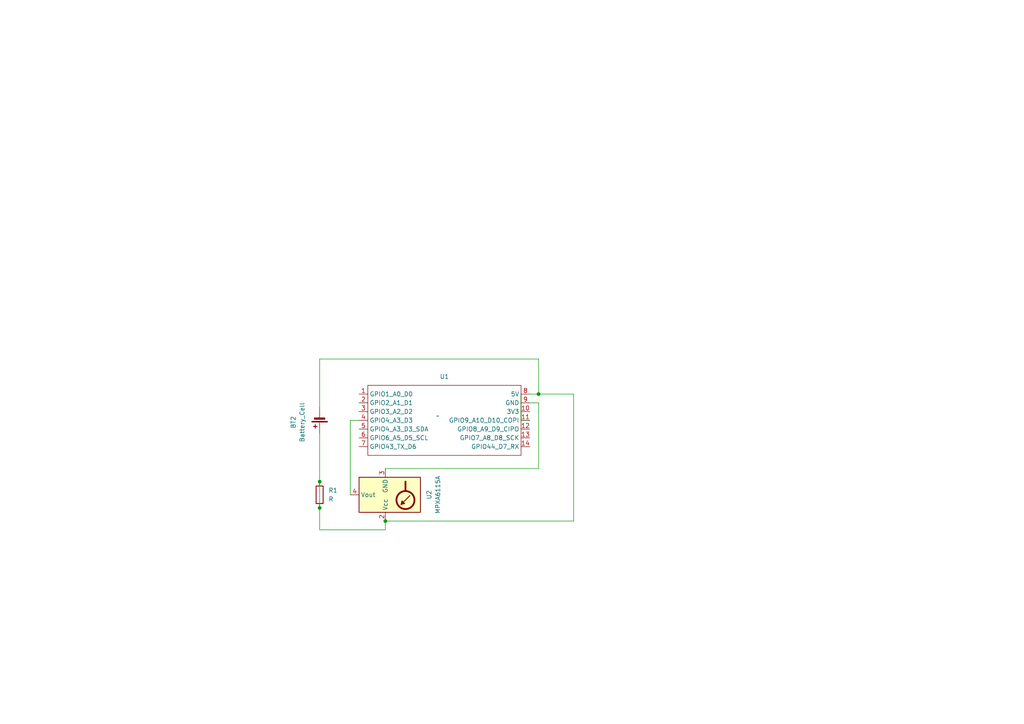
<source format=kicad_sch>
(kicad_sch (version 20230121) (generator eeschema)
  (paper "A4")
  (lib_symbols
    (symbol "514_KiCAD_DEMO:XIAO_ESP32_SENSE"
      (property "Reference" "U" (at 0 0 0))
      (symbol "XIAO_ESP32_SENSE_0_1"
        (polyline (pts (xy -20.32 8.89) (xy -20.32 -11.43) (xy 24.13 -11.43) (xy 24.13 8.89) (xy -20.32 8.89)))
      )
      (symbol "XIAO_ESP32_SENSE_1_1"
        (pin bidirectional line (at -22.86 6.35 0) (length 2.54) (name "GPIO1_A0_D0") (number "1"))
        (pin bidirectional line (at 26.67 1.27 180) (length 2.54) (name "3V3") (number "10"))
        (pin bidirectional line (at 26.67 -1.27 180) (length 2.54) (name "GPIO9_A10_D10_COPI") (number "11"))
        (pin bidirectional line (at 26.67 -3.81 180) (length 2.54) (name "GPIO8_A9_D9_CIPO") (number "12"))
        (pin bidirectional line (at 26.67 -6.35 180) (length 2.54) (name "GPIO7_A8_D8_SCK") (number "13"))
        (pin bidirectional line (at 26.67 -8.89 180) (length 2.54) (name "GPIO44_D7_RX") (number "14"))
        (pin bidirectional line (at -22.86 3.81 0) (length 2.54) (name "GPIO2_A1_D1") (number "2"))
        (pin bidirectional line (at -22.86 1.27 0) (length 2.54) (name "GPIO3_A2_D2") (number "3"))
        (pin bidirectional line (at -22.86 -1.27 0) (length 2.54) (name "GPIO4_A3_D3") (number "4"))
        (pin bidirectional line (at -22.86 -3.81 0) (length 2.54) (name "GPIO4_A3_D3_SDA") (number "5"))
        (pin bidirectional line (at -22.86 -6.35 0) (length 2.54) (name "GPIO6_A5_D5_SCL") (number "6"))
        (pin bidirectional line (at -22.86 -8.89 0) (length 2.54) (name "GPIO43_TX_D6") (number "7"))
        (pin bidirectional line (at 26.67 6.35 180) (length 2.54) (name "5V") (number "8"))
        (pin bidirectional line (at 26.67 3.81 180) (length 2.54) (name "GND") (number "9"))
      )
    )
    (symbol "Device:Battery_Cell" (pin_numbers hide) (pin_names (offset 0) hide)
      (property "Reference" "BT" (at 2.54 2.54 0))
      (property "Value" "Battery_Cell" (at 2.54 0 0))
      (symbol "Battery_Cell_0_1"
        (rectangle (start -2.286 1.778) (end 2.286 1.524) (fill (type outline)))
        (rectangle (start -1.524 1.016) (end 1.524 0.508) (fill (type outline)))
        (polyline (pts (xy 0 0.762) (xy 0 0)))
        (polyline (pts (xy 0 1.778) (xy 0 2.54)))
        (polyline (pts (xy 0.762 3.048) (xy 1.778 3.048)) (stroke (width 0.254)))
        (polyline (pts (xy 1.27 3.556) (xy 1.27 2.54)) (stroke (width 0.254)))
      )
      (symbol "Battery_Cell_1_1"
        (pin passive line (at 0 5.08 270) (length 2.54) (name "+") (number "1"))
        (pin passive line (at 0 -2.54 90) (length 2.54) (name "-") (number "2"))
      )
    )
    (symbol "Device:R" (pin_numbers hide) (pin_names (offset 0))
      (property "Reference" "R" (at 2.032 0 90))
      (property "Value" "R" (at 0 0 90))
      (symbol "R_0_1"
        (rectangle (start -1.016 -2.54) (end 1.016 2.54) (stroke (width 0.254)))
      )
      (symbol "R_1_1"
        (pin passive line (at 0 3.81 270) (length 1.27) (name "~") (number "1"))
        (pin passive line (at 0 -3.81 90) (length 1.27) (name "~") (number "2"))
      )
    )
    (symbol "Sensor_Pressure:MPXA6115A"
      (property "Reference" "U" (at -10.16 6.35 0))
      (property "Value" "MPXA6115A" (at 1.27 6.35 0))
      (symbol "MPXA6115A_0_1"
        (circle (center -5.842 1.524) (radius 2.6162) (stroke (width 0.508)))
        (polyline (pts (xy -7.112 0.254) (xy -4.572 2.794)) (stroke (width 0.254)))
        (polyline (pts (xy -5.842 -1.27) (xy -5.842 -3.81)) (stroke (width 0.508)))
        (polyline (pts (xy -4.572 2.794) (xy -4.826 1.778) (xy -5.588 2.54) (xy -4.572 2.794)) (stroke (width 0.254)) (fill (type outline)))
        (rectangle (start 7.62 5.08) (end -10.16 -5.08) (stroke (width 0.254)) (fill (type background)))
      )
      (symbol "MPXA6115A_1_1"
        (pin no_connect line (at 5.08 -5.08 90) (length 2.54) hide (name "NC") (number "1"))
        (pin power_in line (at 0 7.62 270) (length 2.54) (name "Vcc") (number "2"))
        (pin power_in line (at 0 -7.62 90) (length 2.54) (name "GND") (number "3"))
        (pin output line (at 10.16 0 180) (length 2.54) (name "Vout") (number "4"))
        (pin no_connect line (at -7.62 -5.08 90) (length 2.54) hide (name "NC") (number "5"))
        (pin no_connect line (at -5.08 -5.08 90) (length 2.54) hide (name "NC") (number "6"))
        (pin no_connect line (at -2.54 -5.08 90) (length 2.54) hide (name "NC") (number "7"))
        (pin no_connect line (at 2.54 -5.08 90) (length 2.54) hide (name "NC") (number "8"))
      )
    )
  )
  (junction (at 111.76 151.13))
  (junction (at 156.21 114.3))
  (junction (at 92.71 147.32))
  (junction (at 92.71 139.7))
  (wire (pts (xy 92.71 104.14) (xy 92.71 118.11)))
  (wire (pts (xy 92.71 147.32) (xy 92.71 153.67)))
  (wire (pts (xy 166.37 114.3) (xy 166.37 151.13)))
  (wire (pts (xy 166.37 114.3) (xy 156.21 114.3)))
  (wire (pts (xy 92.71 125.73) (xy 92.71 139.7)))
  (wire (pts (xy 151.13 114.3) (xy 151.13 121.92)))
  (wire (pts (xy 111.76 151.13) (xy 166.37 151.13)))
  (wire (pts (xy 153.67 114.3) (xy 156.21 114.3)))
  (wire (pts (xy 151.13 121.92) (xy 153.67 121.92)))
  (wire (pts (xy 156.21 116.84) (xy 156.21 135.89)))
  (wire (pts (xy 92.71 153.67) (xy 111.76 153.67)))
  (wire (pts (xy 153.67 116.84) (xy 156.21 116.84)))
  (wire (pts (xy 92.71 147.32) (xy 92.71 139.7)))
  (wire (pts (xy 101.6 143.51) (xy 101.6 121.92)))
  (wire (pts (xy 92.71 104.14) (xy 156.21 104.14)))
  (wire (pts (xy 111.76 153.67) (xy 111.76 151.13)))
  (wire (pts (xy 156.21 104.14) (xy 156.21 114.3)))
  (wire (pts (xy 101.6 121.92) (xy 104.14 121.92)))
  (wire (pts (xy 111.76 135.89) (xy 156.21 135.89)))
  (symbol (lib_id "514_KiCAD_DEMO:XIAO_ESP32_SENSE") (at 127 120.65 0) (unit 1)
    (property "Reference" "U1" (at 128.905 109.22 0))
    (property "Value" "~" (at 127 120.65 0))
  )
  (symbol (lib_id "Device:Battery_Cell") (at 92.71 120.65 180) (unit 1)
    (property "Reference" "BT2" (at 85.09 122.4915 90))
    (property "Value" "Battery_Cell" (at 87.63 122.4915 90))
  )
  (symbol (lib_id "Device:R") (at 92.71 143.51 0) (unit 1)
    (property "Reference" "R1" (at 95.25 142.24 0) (effects (justify left)))
    (property "Value" "R" (at 95.25 144.78 0) (effects (justify left)))
  )
  (symbol (lib_id "Sensor_Pressure:MPXA6115A") (at 111.76 143.51 180) (unit 1)
    (property "Reference" "U2" (at 124.46 143.51 90))
    (property "Value" "MPXA6115A" (at 127 143.51 90))
    (property "Datasheet" "https://www.nxp.com/docs/en/data-sheet/MPXA6115A.pdf" (effects hide))
  )
)
</source>
